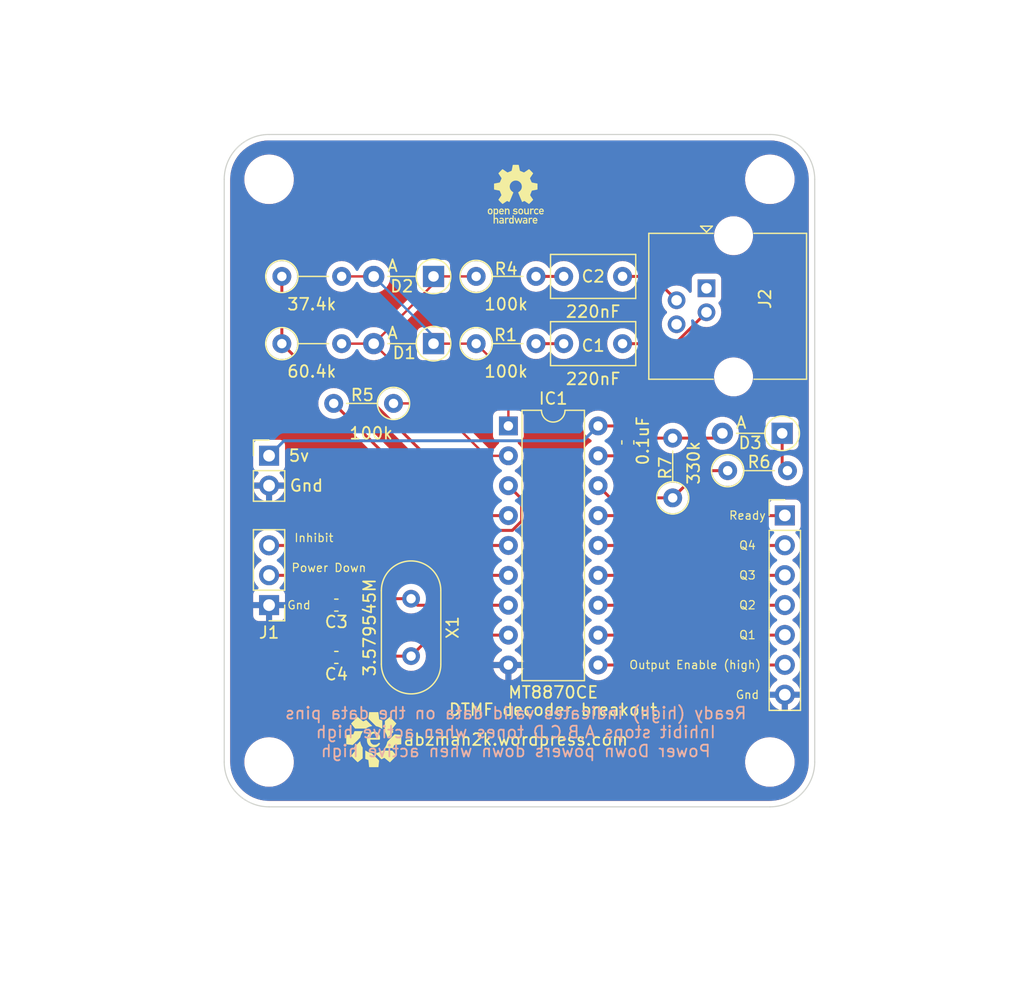
<source format=kicad_pcb>
(kicad_pcb (version 20211014) (generator pcbnew)
  (layers (0 "F.Cu" signal) (31 "B.Cu" signal) (34 "B.Paste" user) (35 "F.Paste" user) (36 "B.SilkS" user "B.Silkscreen") (37 "F.SilkS" user "F.Silkscreen") (38 "B.Mask" user) (39 "F.Mask" user) (44 "Edge.Cuts" user))
  (net 0 "")
  (net 1 "Net-(R1-Pad2)")
  (net 2 "Net-(C1-Pad2)")
  (net 3 "Net-(R4-Pad2)")
  (net 4 "Net-(C2-Pad2)")
  (net 5 "Net-(IC1-Pad7)")
  (net 6 "GND")
  (net 7 "Net-(IC1-Pad8)")
  (net 8 "+5V")
  (net 9 "/St{slash}GT")
  (net 10 "/IN+")
  (net 11 "/IN-")
  (net 12 "Net-(D3-Pad1)")
  (net 13 "Net-(IC1-Pad10)")
  (net 14 "Net-(IC1-Pad11)")
  (net 15 "/GS")
  (net 16 "Net-(IC1-Pad12)")
  (net 17 "/Vref")
  (net 18 "Net-(IC1-Pad13)")
  (net 19 "Net-(IC1-Pad5)")
  (net 20 "Net-(IC1-Pad14)")
  (net 21 "Net-(IC1-Pad6)")
  (net 22 "Net-(IC1-Pad15)")
  (net 23 "/ESt")
  (footprint "Crystal:Crystal_HC49-U_Vertical" (layer "F.Cu") (at 97.155 71.845 -90)
    (fp_text reference "X1" (at 2.44 -3.525 90) (layer "F.SilkS"))
    (fp_text value "3.579545M" (at 2.44 3.525 90) (layer "F.SilkS"))
    (pad "1" thru_hole circle locked (at 0 0 270) (size 1.5 1.5) (drill 0.8) (layers *.Cu *.Mask) (net 5 "Net-(IC1-Pad7)"))
    (pad "2" thru_hole circle locked (at 4.88 0 270) (size 1.5 1.5) (drill 0.8) (layers *.Cu *.Mask) (net 7 "Net-(IC1-Pad8)"))
  )
  (footprint "Package_DIP:DIP-18_W7.62mm" (layer "F.Cu") (at 105.42 57.16)
    (fp_text reference "IC1" (at 3.81 -2.33) (layer "F.SilkS"))
    (fp_text value "MT8870CE" (at 3.81 22.65) (layer "F.SilkS"))
    (pad "1" thru_hole rect locked (at 0 0) (size 1.6 1.6) (drill 0.8) (layers *.Cu *.Mask) (net 10 "/IN+"))
    (pad "2" thru_hole oval locked (at 0 2.54) (size 1.6 1.6) (drill 0.8) (layers *.Cu *.Mask) (net 11 "/IN-"))
    (pad "3" thru_hole oval locked (at 0 5.08) (size 1.6 1.6) (drill 0.8) (layers *.Cu *.Mask) (net 15 "/GS"))
    (pad "4" thru_hole oval locked (at 0 7.62) (size 1.6 1.6) (drill 0.8) (layers *.Cu *.Mask) (net 17 "/Vref"))
    (pad "5" thru_hole oval locked (at 0 10.16) (size 1.6 1.6) (drill 0.8) (layers *.Cu *.Mask) (net 19 "Net-(IC1-Pad5)"))
    (pad "6" thru_hole oval locked (at 0 12.7) (size 1.6 1.6) (drill 0.8) (layers *.Cu *.Mask) (net 21 "Net-(IC1-Pad6)"))
    (pad "7" thru_hole oval locked (at 0 15.24) (size 1.6 1.6) (drill 0.8) (layers *.Cu *.Mask) (net 5 "Net-(IC1-Pad7)"))
    (pad "8" thru_hole oval locked (at 0 17.78) (size 1.6 1.6) (drill 0.8) (layers *.Cu *.Mask) (net 7 "Net-(IC1-Pad8)"))
    (pad "9" thru_hole oval locked (at 0 20.32) (size 1.6 1.6) (drill 0.8) (layers *.Cu *.Mask) (net 6 "GND"))
    (pad "10" thru_hole oval locked (at 7.62 20.32) (size 1.6 1.6) (drill 0.8) (layers *.Cu *.Mask) (net 13 "Net-(IC1-Pad10)"))
    (pad "11" thru_hole oval locked (at 7.62 17.78) (size 1.6 1.6) (drill 0.8) (layers *.Cu *.Mask) (net 14 "Net-(IC1-Pad11)"))
    (pad "12" thru_hole oval locked (at 7.62 15.24) (size 1.6 1.6) (drill 0.8) (layers *.Cu *.Mask) (net 16 "Net-(IC1-Pad12)"))
    (pad "13" thru_hole oval locked (at 7.62 12.7) (size 1.6 1.6) (drill 0.8) (layers *.Cu *.Mask) (net 18 "Net-(IC1-Pad13)"))
    (pad "14" thru_hole oval locked (at 7.62 10.16) (size 1.6 1.6) (drill 0.8) (layers *.Cu *.Mask) (net 20 "Net-(IC1-Pad14)"))
    (pad "15" thru_hole oval locked (at 7.62 7.62) (size 1.6 1.6) (drill 0.8) (layers *.Cu *.Mask) (net 22 "Net-(IC1-Pad15)"))
    (pad "16" thru_hole oval locked (at 7.62 5.08) (size 1.6 1.6) (drill 0.8) (layers *.Cu *.Mask) (net 23 "/ESt"))
    (pad "17" thru_hole oval locked (at 7.62 2.54) (size 1.6 1.6) (drill 0.8) (layers *.Cu *.Mask) (net 9 "/St{slash}GT"))
    (pad "18" thru_hole oval locked (at 7.62 0) (size 1.6 1.6) (drill 0.8) (layers *.Cu *.Mask) (net 8 "+5V"))
  )
  (footprint "Connector_PinHeader_2.54mm:PinHeader_1x07_P2.54mm_Vertical" (layer "F.Cu") (at 128.905 64.765)
    (fp_text reference "J3" hide)
    (fp_text value "Data Out")
    (pad "1" thru_hole rect locked (at 0 0) (size 1.7 1.7) (drill 1) (layers *.Cu *.Mask) (net 22 "Net-(IC1-Pad15)"))
    (pad "2" thru_hole oval locked (at 0 2.54) (size 1.7 1.7) (drill 1) (layers *.Cu *.Mask) (net 20 "Net-(IC1-Pad14)"))
    (pad "3" thru_hole oval locked (at 0 5.08) (size 1.7 1.7) (drill 1) (layers *.Cu *.Mask) (net 18 "Net-(IC1-Pad13)"))
    (pad "4" thru_hole oval locked (at 0 7.62) (size 1.7 1.7) (drill 1) (layers *.Cu *.Mask) (net 16 "Net-(IC1-Pad12)"))
    (pad "5" thru_hole oval locked (at 0 10.16) (size 1.7 1.7) (drill 1) (layers *.Cu *.Mask) (net 14 "Net-(IC1-Pad11)"))
    (pad "6" thru_hole oval locked (at 0 12.7) (size 1.7 1.7) (drill 1) (layers *.Cu *.Mask) (net 13 "Net-(IC1-Pad10)"))
    (pad "7" thru_hole oval locked (at 0 15.24) (size 1.7 1.7) (drill 1) (layers *.Cu *.Mask) (net 6 "GND"))
  )
  (footprint "Resistor_THT:R_Axial_DIN0207_L6.3mm_D2.5mm_P5.08mm_Vertical" (layer "F.Cu") (at 95.66 55.245 180)
    (fp_text reference "R5" (at 2.6452 0.7112) (layer "F.SilkS"))
    (fp_text value "100k" (at 1.905 -2.54) (layer "F.SilkS"))
    (pad "1" thru_hole circle locked (at 0 0 180) (size 1.6 1.6) (drill 0.8) (layers *.Cu *.Mask) (net 11 "/IN-"))
    (pad "2" thru_hole oval locked (at 5.08 0 180) (size 1.6 1.6) (drill 0.8) (layers *.Cu *.Mask) (net 15 "/GS"))
  )
  (footprint "Resistor_THT:R_Axial_DIN0207_L6.3mm_D2.5mm_P5.08mm_Vertical" (layer "F.Cu") (at 86.175 44.45)
    (fp_text reference "R3" hide)
    (fp_text value "37.4k" (at 2.54 2.37) (layer "F.SilkS"))
    (pad "1" thru_hole circle locked (at 0 0) (size 1.6 1.6) (drill 0.8) (layers *.Cu *.Mask) (net 17 "/Vref"))
    (pad "2" thru_hole oval locked (at 5.08 0) (size 1.6 1.6) (drill 0.8) (layers *.Cu *.Mask) (net 10 "/IN+"))
  )
  (footprint "Capacitor_THT:C_Rect_L7.0mm_W3.5mm_P5.00mm" (layer "F.Cu") (at 110.12 44.45)
    (fp_text reference "C2" (at 2.5 0) (layer "F.SilkS"))
    (fp_text value "220nF" (at 2.5 3) (layer "F.SilkS"))
    (pad "1" thru_hole circle locked (at 0 0) (size 1.6 1.6) (drill 0.8) (layers *.Cu *.Mask) (net 3 "Net-(R4-Pad2)"))
    (pad "2" thru_hole circle locked (at 5 0) (size 1.6 1.6) (drill 0.8) (layers *.Cu *.Mask) (net 4 "Net-(C2-Pad2)"))
  )
  (footprint "Resistor_THT:R_Axial_DIN0207_L6.3mm_D2.5mm_P5.08mm_Vertical" (layer "F.Cu") (at 102.685 44.45)
    (fp_text reference "R4" (at 2.54 -0.635) (layer "F.SilkS"))
    (fp_text value "100k" (at 2.54 2.37) (layer "F.SilkS"))
    (pad "1" thru_hole circle locked (at 0 0) (size 1.6 1.6) (drill 0.8) (layers *.Cu *.Mask) (net 11 "/IN-"))
    (pad "2" thru_hole oval locked (at 5.08 0) (size 1.6 1.6) (drill 0.8) (layers *.Cu *.Mask) (net 3 "Net-(R4-Pad2)"))
  )
  (footprint "MountingHole:MountingHole_3.2mm_M3" (layer "F.Cu") (at 127.635 85.725)
    (fp_text reference "REF**" hide)
    (fp_text value "MountingHole_3.2mm_M3")
    (pad "" np_thru_hole circle locked (at 0 0) (size 3.2 3.2) (drill 3.2) (layers *.Cu *.Mask))
  )
  (footprint "Connector_RJ:RJ14_Connfly_DS1133-S4_Horizontal" (layer "F.Cu") (at 122.25 45.46 -90)
    (fp_text reference "J2" (at 0.895 -4.975 90) (layer "F.SilkS"))
    (fp_text value "6P4C")
    (pad "" np_thru_hole circle locked (at 7.53 -2.3 90) (size 2.3 2.3) (drill 2.3) (layers *.Cu *.Mask))
    (pad "" np_thru_hole circle locked (at -4.47 -2.3 90) (size 2.3 2.3) (drill 2.3) (layers *.Cu *.Mask))
    (pad "1" thru_hole rect locked (at 0 0 90) (size 1.5 1.5) (drill 0.9) (layers *.Cu *.Mask))
    (pad "2" thru_hole circle locked (at 1.02 2.54 90) (size 1.5 1.5) (drill 0.9) (layers *.Cu *.Mask) (net 4 "Net-(C2-Pad2)"))
    (pad "3" thru_hole circle locked (at 2.04 0 90) (size 1.5 1.5) (drill 0.9) (layers *.Cu *.Mask) (net 2 "Net-(C1-Pad2)"))
    (pad "4" thru_hole circle locked (at 3.06 2.54 90) (size 1.5 1.5) (drill 0.9) (layers *.Cu *.Mask))
  )
  (footprint "Resistor_THT:R_Axial_DIN0207_L6.3mm_D2.5mm_P5.08mm_Vertical" (layer "F.Cu") (at 102.685 50.165)
    (fp_text reference "R1" (at 2.4964 -0.7366) (layer "F.SilkS"))
    (fp_text value "100k" (at 2.54 2.37) (layer "F.SilkS"))
    (pad "1" thru_hole circle locked (at 0 0) (size 1.6 1.6) (drill 0.8) (layers *.Cu *.Mask) (net 10 "/IN+"))
    (pad "2" thru_hole oval locked (at 5.08 0) (size 1.6 1.6) (drill 0.8) (layers *.Cu *.Mask) (net 1 "Net-(R1-Pad2)"))
  )
  (footprint "MountingHole:MountingHole_3.2mm_M3" (layer "F.Cu") (at 85.09 36.195)
    (fp_text reference "REF**" hide)
    (fp_text value "MountingHole_3.2mm_M3")
    (pad "" np_thru_hole circle locked (at 0 0) (size 3.2 3.2) (drill 3.2) (layers *.Cu *.Mask))
  )
  (footprint "Evan's misc parts:Evan Logo" (layer "F.Cu") (at 93.98 83.82)
    (fp_text reference "G***" hide)
    (fp_text value "LOGO" hide)
  )
  (footprint "Diode_THT:D_A-405_P5.08mm_Vertical_AnodeUp" (layer "F.Cu") (at 128.68 57.785 180)
    (fp_text reference "D3" (at 2.7214 -0.8128) (layer "F.SilkS"))
    (fp_text value "DIODE")
    (fp_text user "A" (at 3.48 0.9) (layer "F.SilkS"))
    (pad "1" thru_hole rect locked (at 0 0 180) (size 1.8 1.8) (drill 0.9) (layers *.Cu *.Mask) (net 12 "Net-(D3-Pad1)"))
    (pad "2" thru_hole oval locked (at 5.08 0 180) (size 1.8 1.8) (drill 0.9) (layers *.Cu *.Mask) (net 9 "/St{slash}GT"))
  )
  (footprint "Diode_THT:D_A-405_P5.08mm_Vertical_AnodeUp" (layer "F.Cu") (at 99.06 50.165 180)
    (fp_text reference "D1" (at 2.4892 -0.7874) (layer "F.SilkS"))
    (fp_text value "DIODE")
    (fp_text user "A" (at 3.48 0.9) (layer "F.SilkS"))
    (pad "1" thru_hole rect locked (at 0 0 180) (size 1.8 1.8) (drill 0.9) (layers *.Cu *.Mask) (net 10 "/IN+"))
    (pad "2" thru_hole oval locked (at 5.08 0 180) (size 1.8 1.8) (drill 0.9) (layers *.Cu *.Mask) (net 11 "/IN-"))
  )
  (footprint "Capacitor_SMD:C_0603_1608Metric" (layer "F.Cu") (at 90.805 76.835 180)
    (fp_text reference "C4" (at 0 -1.43) (layer "F.SilkS"))
    (fp_text value "22pF")
    (pad "1" smd roundrect locked (at -0.775 0 180) (size 0.9 0.95) (layers "F.Cu" "F.Paste" "F.Mask") (net 7 "Net-(IC1-Pad8)"))
    (pad "2" smd roundrect locked (at 0.775 0 180) (size 0.9 0.95) (layers "F.Cu" "F.Paste" "F.Mask") (net 6 "GND"))
  )
  (footprint "MountingHole:MountingHole_3.2mm_M3" (layer "F.Cu") (at 85.09 85.725)
    (fp_text reference "REF**" hide)
    (fp_text value "MountingHole_3.2mm_M3")
    (pad "" np_thru_hole circle locked (at 0 0) (size 3.2 3.2) (drill 3.2) (layers *.Cu *.Mask))
  )
  (footprint "Connector_PinHeader_2.54mm:PinHeader_1x02_P2.54mm_Vertical" (layer "F.Cu") (at 85.09 59.69)
    (fp_text reference "J4" hide)
    (fp_text value "power")
    (pad "1" thru_hole rect locked (at 0 0) (size 1.7 1.7) (drill 1) (layers *.Cu *.Mask) (net 8 "+5V"))
    (pad "2" thru_hole oval locked (at 0 2.54) (size 1.7 1.7) (drill 1) (layers *.Cu *.Mask) (net 6 "GND"))
  )
  (footprint "Connector_PinHeader_2.54mm:PinHeader_1x03_P2.54mm_Vertical" (layer "F.Cu") (at 85.09 72.39 180)
    (fp_text reference "J1" (at 0 -2.33) (layer "F.SilkS"))
    (fp_text value "Control In")
    (pad "1" thru_hole rect locked (at 0 0 180) (size 1.7 1.7) (drill 1) (layers *.Cu *.Mask) (net 6 "GND"))
    (pad "2" thru_hole oval locked (at 0 2.54 180) (size 1.7 1.7) (drill 1) (layers *.Cu *.Mask) (net 21 "Net-(IC1-Pad6)"))
    (pad "3" thru_hole oval locked (at 0 5.08 180) (size 1.7 1.7) (drill 1) (layers *.Cu *.Mask) (net 19 "Net-(IC1-Pad5)"))
  )
  (footprint "Resistor_THT:R_Axial_DIN0207_L6.3mm_D2.5mm_P5.08mm_Vertical" (layer "F.Cu") (at 124.05 60.96)
    (fp_text reference "R6" (at 2.6706 -0.7366) (layer "F.SilkS"))
    (fp_text value "R")
    (pad "1" thru_hole circle locked (at 0 0) (size 1.6 1.6) (drill 0.8) (layers *.Cu *.Mask) (net 23 "/ESt"))
    (pad "2" thru_hole oval locked (at 5.08 0) (size 1.6 1.6) (drill 0.8) (layers *.Cu *.Mask) (net 12 "Net-(D3-Pad1)"))
  )
  (footprint "Evan's misc parts:OSHW gear" (layer "F.Cu") (at 106.045 37.465)
    (fp_text reference "G***" hide)
    (fp_text value "LOGO" hide)
  )
  (footprint "Capacitor_SMD:C_0603_1608Metric" (layer "F.Cu") (at 90.805 72.39 180)
    (fp_text reference "C3" (at 0 -1.43) (layer "F.SilkS"))
    (fp_text value "22pF")
    (pad "1" smd roundrect locked (at -0.775 0 180) (size 0.9 0.95) (layers "F.Cu" "F.Paste" "F.Mask") (net 5 "Net-(IC1-Pad7)"))
    (pad "2" smd roundrect locked (at 0.775 0 180) (size 0.9 0.95) (layers "F.Cu" "F.Paste" "F.Mask") (net 6 "GND"))
  )
  (footprint "Diode_THT:D_A-405_P5.08mm_Vertical_AnodeUp" (layer "F.Cu") (at 99.06 44.45 180)
    (fp_text reference "D2" (at 2.6924 -0.8382) (layer "F.SilkS"))
    (fp_text value "DIODE")
    (fp_text user "A" (at 3.48 0.9) (layer "F.SilkS"))
    (pad "1" thru_hole rect locked (at 0 0 180) (size 1.8 1.8) (drill 0.9) (layers *.Cu *.Mask) (net 11 "/IN-"))
    (pad "2" thru_hole oval locked (at 5.08 0 180) (size 1.8 1.8) (drill 0.9) (layers *.Cu *.Mask) (net 10 "/IN+"))
  )
  (footprint "Resistor_THT:R_Axial_DIN0207_L6.3mm_D2.5mm_P5.08mm_Vertical" (layer "F.Cu") (at 119.38 63.275 90)
    (fp_text reference "R7" (at 2.54 -0.635 90) (layer "F.SilkS"))
    (fp_text value "330k" (at 2.9754 1.778 90) (layer "F.SilkS"))
    (pad "1" thru_hole circle locked (at 0 0 90) (size 1.6 1.6) (drill 0.8) (layers *.Cu *.Mask) (net 23 "/ESt"))
    (pad "2" thru_hole oval locked (at 5.08 0 90) (size 1.6 1.6) (drill 0.8) (layers *.Cu *.Mask) (net 9 "/St{slash}GT"))
  )
  (footprint "Resistor_THT:R_Axial_DIN0207_L6.3mm_D2.5mm_P5.08mm_Vertical" (layer "F.Cu") (at 86.175 50.165)
    (fp_text reference "R2" hide)
    (fp_text value "60.4k" (at 2.54 2.37) (layer "F.SilkS"))
    (pad "1" thru_hole circle locked (at 0 0) (size 1.6 1.6) (drill 0.8) (layers *.Cu *.Mask) (net 17 "/Vref"))
    (pad "2" thru_hole oval locked (at 5.08 0) (size 1.6 1.6) (drill 0.8) (layers *.Cu *.Mask) (net 11 "/IN-"))
  )
  (footprint "MountingHole:MountingHole_3.2mm_M3" (layer "F.Cu") (at 127.635 36.195)
    (fp_text reference "REF**" hide)
    (fp_text value "MountingHole_3.2mm_M3")
    (pad "" np_thru_hole circle locked (at 0 0) (size 3.2 3.2) (drill 3.2) (layers *.Cu *.Mask))
  )
  (footprint "Capacitor_SMD:C_0603_1608Metric" (layer "F.Cu") (at 115.57 58.56 -90)
    (fp_text reference "C5" hide)
    (fp_text value "0.1uF" (at -0.14058 -1.27 90) (layer "F.SilkS"))
    (pad "1" smd roundrect locked (at -0.775 0 270) (size 0.9 0.95) (layers "F.Cu" "F.Paste" "F.Mask") (net 8 "+5V"))
    (pad "2" smd roundrect locked (at 0.775 0 270) (size 0.9 0.95) (layers "F.Cu" "F.Paste" "F.Mask") (net 9 "/St{slash}GT"))
  )
  (footprint "Capacitor_THT:C_Rect_L7.0mm_W3.5mm_P5.00mm" (layer "F.Cu") (at 110.12 50.165)
    (fp_text reference "C1" (at 2.5 0.17) (layer "F.SilkS"))
    (fp_text value "220nF" (at 2.5 3) (layer "F.SilkS"))
    (pad "1" thru_hole circle locked (at 0 0) (size 1.6 1.6) (drill 0.8) (layers *.Cu *.Mask) (net 1 "Net-(R1-Pad2)"))
    (pad "2" thru_hole circle locked (at 5 0) (size 1.6 1.6) (drill 0.8) (layers *.Cu *.Mask) (net 2 "Net-(C1-Pad2)"))
  )
  (gr_line (start 85.09 32.385) (end 127.635 32.385) (layer "Edge.Cuts") (width 0.1))
  (gr_line (start 127.635 89.535) (end 85.09 89.535) (layer "Edge.Cuts") (width 0.1))
  (gr_arc (start 127.635 32.385) (mid 130.329077 33.500923) (end 131.445 36.195) (layer "Edge.Cuts") (width 0.1))
  (gr_arc (start 81.28 36.195) (mid 82.395923 33.500923) (end 85.09 32.385) (layer "Edge.Cuts") (width 0.1))
  (gr_arc (start 131.445 85.725) (mid 130.329077 88.419077) (end 127.635 89.535) (layer "Edge.Cuts") (width 0.1))
  (gr_line (start 131.445 85.725) (end 131.445 36.195) (layer "Edge.Cuts") (width 0.1))
  (gr_line (start 81.28 85.725) (end 81.28 36.195) (layer "Edge.Cuts") (width 0.1))
  (gr_arc (start 85.09 89.535) (mid 82.395923 88.419077) (end 81.28 85.725) (layer "Edge.Cuts") (width 0.1))
  (gr_text "Ready (high) indicates valid data on the data pins\nInhibit stops A,B,C,D tones when active high\nPower Down powers down when active high" (at 106.045 83.185) (layer "B.SilkS") (effects (font (size 1 1)) (justify mirror)))
  (gr_text "Q4" (at 125.73 67.31) (layer "F.SilkS") (effects (font (size 0.7 0.7) (thickness 0.1))))
  (gr_text "Power Down" (at 90.17 69.215) (layer "F.SilkS") (effects (font (size 0.7 0.7) (thickness 0.1))))
  (gr_text "Gnd" (at 88.265 62.23) (layer "F.SilkS") (effects (font (size 1 1))))
  (gr_text "Ready" (at 125.73 64.77) (layer "F.SilkS") (effects (font (size 0.7 0.7) (thickness 0.1))))
  (gr_text "Gnd" (at 87.63 72.39) (layer "F.SilkS") (effects (font (size 0.7 0.7) (thickness 0.1))))
  (gr_text "5v" (at 87.63 59.69) (layer "F.SilkS") (effects (font (size 1 1))))
  (gr_text "Output Enable (high)" (at 121.285 77.47) (layer "F.SilkS") (effects (font (size 0.7 0.7) (thickness 0.1))))
  (gr_text "Q1" (at 125.73 74.93) (layer "F.SilkS") (effects (font (size 0.7 0.7) (thickness 0.1))))
  (gr_text "Inhibit" (at 88.9 66.675) (layer "F.SilkS") (effects (font (size 0.7 0.7) (thickness 0.1))))
  (gr_text "DTMF decoder breakout" (at 109.22 81.28) (layer "F.SilkS") (effects (font (size 1 1))))
  (gr_text "Gnd" (at 125.73 80.01) (layer "F.SilkS") (effects (font (size 0.7 0.7) (thickness 0.1))))
  (gr_text "Q2" (at 125.73 72.39) (layer "F.SilkS") (effects (font (size 0.7 0.7) (thickness 0.1))))
  (gr_text "abzman2k.wordpress.com" (at 106.045 83.82) (layer "F.SilkS") (effects (font (size 1 1))))
  (gr_text "Q3" (at 125.73 69.85) (layer "F.SilkS") (effects (font (size 0.7 0.7) (thickness 0.1))))
  (segment (start 107.765 50.165) (end 110.12 50.165) (width 0.25) (layer "F.Cu") (net 1))
  (segment (start 119.585 50.165) (end 115.12 50.165) (width 0.25) (layer "F.Cu") (net 2))
  (segment (start 122.25 47.5) (end 119.585 50.165) (width 0.25) (layer "F.Cu") (net 2))
  (segment (start 107.765 44.45) (end 110.12 44.45) (width 0.25) (layer "F.Cu") (net 3))
  (segment (start 117.68 44.45) (end 115.12 44.45) (width 0.25) (layer "F.Cu") (net 4))
  (segment (start 119.71 46.48) (end 117.68 44.45) (width 0.25) (layer "F.Cu") (net 4))
  (segment (start 105.42 72.4) (end 97.71 72.4) (width 0.25) (layer "F.Cu") (net 5))
  (segment (start 97.71 72.4) (end 97.155 71.845) (width 0.25) (layer "F.Cu") (net 5))
  (segment (start 91.58 72.39) (end 92.125 71.845) (width 0.25) (layer "F.Cu") (net 5))
  (segment (start 92.125 71.845) (end 97.155 71.845) (width 0.25) (layer "F.Cu") (net 5))
  (segment (start 98.94 74.94) (end 97.155 76.725) (width 0.25) (layer "F.Cu") (net 7))
  (segment (start 91.58 76.835) (end 91.69 76.725) (width 0.25) (layer "F.Cu") (net 7))
  (segment (start 91.69 76.725) (end 97.155 76.725) (width 0.25) (layer "F.Cu") (net 7))
  (segment (start 105.42 74.94) (end 98.94 74.94) (width 0.25) (layer "F.Cu") (net 7))
  (segment (start 114.945 57.16) (end 115.57 57.785) (width 0.25) (layer "F.Cu") (net 8))
  (segment (start 113.04 57.16) (end 114.945 57.16) (width 0.25) (layer "F.Cu") (net 8))
  (segment (start 111.78 58.42) (end 86.36 58.42) (width 0.25) (layer "B.Cu") (net 8))
  (segment (start 86.36 58.42) (end 85.09 59.69) (width 0.25) (layer "B.Cu") (net 8))
  (segment (start 113.04 57.16) (end 111.78 58.42) (width 0.25) (layer "B.Cu") (net 8))
  (segment (start 115.205 59.7) (end 115.57 59.335) (width 0.25) (layer "F.Cu") (net 9))
  (segment (start 117.625 58.195) (end 119.38 58.195) (width 0.25) (layer "F.Cu") (net 9))
  (segment (start 123.19 58.195) (end 123.6 57.785) (width 0.25) (layer "F.Cu") (net 9))
  (segment (start 115.57 59.335) (end 116.485 59.335) (width 0.25) (layer "F.Cu") (net 9))
  (segment (start 116.485 59.335) (end 117.625 58.195) (width 0.25) (layer "F.Cu") (net 9))
  (segment (start 113.04 59.7) (end 115.205 59.7) (width 0.25) (layer "F.Cu") (net 9))
  (segment (start 119.38 58.195) (end 123.19 58.195) (width 0.25) (layer "F.Cu") (net 9))
  (segment (start 102.685 50.165) (end 99.06 50.165) (width 0.2) (layer "F.Cu") (net 10))
  (segment (start 105.42 57.16) (end 105.42 52.9) (width 0.2) (layer "F.Cu") (net 10))
  (segment (start 105.42 52.9) (end 102.685 50.165) (width 0.2) (layer "F.Cu") (net 10))
  (segment (start 93.98 44.45) (end 91.255 44.45) (width 0.2) (layer "F.Cu") (net 10))
  (segment (start 99.06 50.165) (end 99.06 49.53) (width 0.2) (layer "B.Cu") (net 10))
  (segment (start 99.06 49.53) (end 93.98 44.45) (width 0.2) (layer "B.Cu") (net 10))
  (segment (start 105.42 59.7) (end 103.515 59.7) (width 0.2) (layer "F.Cu") (net 11))
  (segment (start 93.98 50.165) (end 91.255 50.165) (width 0.2) (layer "F.Cu") (net 11))
  (segment (start 99.06 45.085) (end 93.98 50.165) (width 0.2) (layer "F.Cu") (net 11))
  (segment (start 99.06 55.245) (end 99.695 55.88) (width 0.2) (layer "F.Cu") (net 11))
  (segment (start 95.66 55.245) (end 99.06 55.245) (width 0.2) (layer "F.Cu") (net 11))
  (segment (start 102.685 44.45) (end 99.06 44.45) (width 0.2) (layer "F.Cu") (net 11))
  (segment (start 99.695 55.88) (end 93.98 50.165) (width 0.2) (layer "F.Cu") (net 11))
  (segment (start 99.06 44.45) (end 99.06 45.085) (width 0.2) (layer "F.Cu") (net 11))
  (segment (start 103.515 59.7) (end 99.695 55.88) (width 0.2) (layer "F.Cu") (net 11))
  (segment (start 128.68 60.51) (end 129.13 60.96) (width 0.25) (layer "F.Cu") (net 12))
  (segment (start 128.68 57.785) (end 128.68 60.51) (width 0.25) (layer "F.Cu") (net 12))
  (segment (start 128.89 77.48) (end 128.905 77.465) (width 0.25) (layer "F.Cu") (net 13))
  (segment (start 113.04 77.48) (end 128.89 77.48) (width 0.25) (layer "F.Cu") (net 13))
  (segment (start 128.89 74.94) (end 128.905 74.925) (width 0.25) (layer "F.Cu") (net 14))
  (segment (start 113.04 74.94) (end 128.89 74.94) (width 0.25) (layer "F.Cu") (net 14))
  (segment (start 105.7503 66.04) (end 101.375 66.04) (width 0.25) (layer "F.Cu") (net 15))
  (segment (start 106.544511 63.364511) (end 106.544511 65.245789) (width 0.25) (layer "F.Cu") (net 15))
  (segment (start 106.544511 65.245789) (end 105.7503 66.04) (width 0.25) (layer "F.Cu") (net 15))
  (segment (start 105.42 62.24) (end 106.544511 63.364511) (width 0.25) (layer "F.Cu") (net 15))
  (segment (start 101.375 66.04) (end 90.58 55.245) (width 0.25) (layer "F.Cu") (net 15))
  (segment (start 113.04 72.4) (end 128.89 72.4) (width 0.25) (layer "F.Cu") (net 16))
  (segment (start 128.89 72.4) (end 128.905 72.385) (width 0.25) (layer "F.Cu") (net 16))
  (segment (start 103.515 64.78) (end 105.42 64.78) (width 0.25) (layer "F.Cu") (net 17))
  (segment (start 88.715 52.705) (end 91.44 52.705) (width 0.25) (layer "F.Cu") (net 17))
  (segment (start 91.44 52.705) (end 103.515 64.78) (width 0.25) (layer "F.Cu") (net 17))
  (segment (start 86.175 44.45) (end 86.175 50.165) (width 0.25) (layer "F.Cu") (net 17))
  (segment (start 86.175 50.165) (end 88.715 52.705) (width 0.25) (layer "F.Cu") (net 17))
  (segment (start 113.04 69.86) (end 128.89 69.86) (width 0.25) (layer "F.Cu") (net 18))
  (segment (start 128.89 69.86) (end 128.905 69.845) (width 0.25) (layer "F.Cu") (net 18))
  (segment (start 105.42 67.32) (end 85.1 67.32) (width 0.25) (layer "F.Cu") (net 19))
  (segment (start 85.1 67.32) (end 85.09 67.31) (width 0.25) (layer "F.Cu") (net 19))
  (segment (start 113.04 67.32) (end 128.89 67.32) (width 0.25) (layer "F.Cu") (net 20))
  (segment (start 128.89 67.32) (end 128.905 67.305) (width 0.25) (layer "F.Cu") (net 20))
  (segment (start 105.42 69.86) (end 85.1 69.86) (width 0.25) (layer "F.Cu") (net 21))
  (segment (start 85.1 69.86) (end 85.09 69.85) (width 0.25) (layer "F.Cu") (net 21))
  (segment (start 113.04 64.78) (end 128.89 64.78) (width 0.25) (layer "F.Cu") (net 22))
  (segment (start 128.89 64.78) (end 128.905 64.765) (width 0.25) (layer "F.Cu") (net 22))
  (segment (start 119.38 63.275) (end 114.075 63.275) (width 0.25) (layer "F.Cu") (net 23))
  (segment (start 124.05 60.96) (end 121.695 60.96) (width 0.25) (layer "F.Cu") (net 23))
  (segment (start 121.695 60.96) (end 119.38 63.275) (width 0.25) (layer "F.Cu") (net 23))
  (segment (start 114.075 63.275) (end 113.04 62.24) (width 0.25) (layer "F.Cu") (net 23))
  (zone (net 6) (net_name "GND") (layers F&B.Cu) (connect_pads (clearance 0.508)) (min_thickness 0.254) (fill yes (thermal_gap 0.508) (thermal_bridge_width 0.508))
    (polygon (pts (xy 149.225 104.775) (xy 62.23 104.14) (xy 62.23 38.735) (xy 73.025 24.13) (xy 146.685 20.955)))
  )
)
</source>
